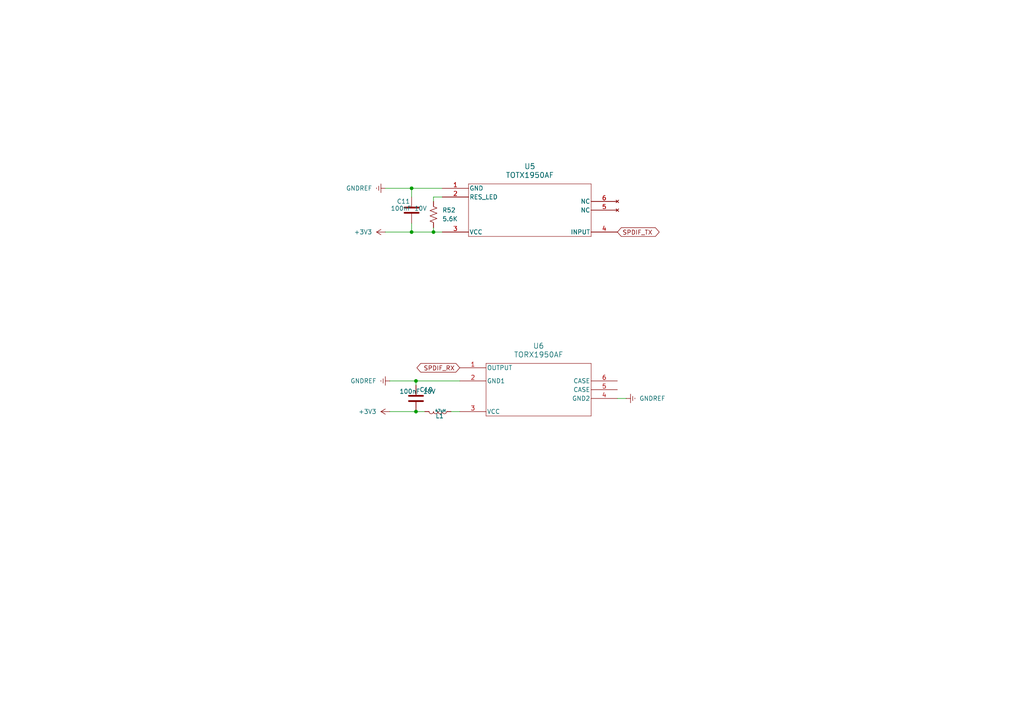
<source format=kicad_sch>
(kicad_sch (version 20231120) (generator "eeschema") (generator_version "8.0")
  (paper "A4")
  (lib_symbols
    (symbol "Device:C" (pin_numbers hide) (pin_names (offset 0.254))
      (property "Reference" "C" (at 0.635 2.54 0))
      (property "Value" "C" (at 0.635 -2.54 0))
      (symbol "C_0_1"
        (polyline (pts (xy -2.032 -0.762) (xy 2.032 -0.762)) (stroke (width 0.508)))
        (polyline (pts (xy -2.032 0.762) (xy 2.032 0.762)) (stroke (width 0.508)))
      )
      (symbol "C_1_1"
        (pin passive line (at 0 3.81 270) (length 2.794) (name "~") (number "1"))
        (pin passive line (at 0 -3.81 90) (length 2.794) (name "~") (number "2"))
      )
    )
    (symbol "Device:R_US" (pin_numbers hide) (pin_names (offset 0))
      (property "Reference" "R" (at 2.54 0 90))
      (property "Value" "R_US" (at -2.54 0 90))
      (symbol "R_US_0_1"
        (polyline (pts (xy 0 -2.286) (xy 0 -2.54)))
        (polyline (pts (xy 0 2.286) (xy 0 2.54)))
        (polyline (pts (xy 0 -0.762) (xy 1.016 -1.143) (xy 0 -1.524) (xy -1.016 -1.905) (xy 0 -2.286)))
        (polyline (pts (xy 0 0.762) (xy 1.016 0.381) (xy 0 0) (xy -1.016 -0.381) (xy 0 -0.762)))
        (polyline (pts (xy 0 2.286) (xy 1.016 1.905) (xy 0 1.524) (xy -1.016 1.143) (xy 0 0.762)))
      )
      (symbol "R_US_1_1"
        (pin passive line (at 0 3.81 270) (length 1.27) (name "~") (number "1"))
        (pin passive line (at 0 -3.81 90) (length 1.27) (name "~") (number "2"))
      )
    )
    (symbol "JLCPCB-Inductors:22uH,5mA" (pin_numbers hide) (pin_names (offset 0))
      (property "Reference" "L" (at 1.2673 0.834 0))
      (property "Value" "22uH,5mA" (at 1.2673 -1.2122 0))
      (symbol "22uH,5mA_0_1"
        (arc (start 0 -2.54) (mid 0.6323 -1.905) (end 0 -1.27))
        (arc (start 0 -1.27) (mid 0.6323 -0.635) (end 0 0))
        (arc (start 0 0) (mid 0.6323 0.635) (end 0 1.27))
        (arc (start 0 1.27) (mid 0.6323 1.905) (end 0 2.54))
      )
      (symbol "22uH,5mA_1_1"
        (pin passive line (at 0 3.81 270) (length 1.27) (name "~") (number "1"))
        (pin passive line (at 0 -3.81 90) (length 1.27) (name "~") (number "2"))
      )
    )
    (symbol "TORX1950A:TORX1950AF" (pin_names (offset 0.254))
      (property "Reference" "U6" (at 22.86 10.16 0))
      (property "Value" "TORX1950AF" (at 22.86 7.62 0))
      (symbol "TORX1950AF_0_1"
        (polyline (pts (xy 7.62 -10.16) (xy 38.1 -10.16)) (stroke (width 0.127)))
        (polyline (pts (xy 7.62 5.08) (xy 7.62 -10.16)) (stroke (width 0.127)))
        (polyline (pts (xy 38.1 -10.16) (xy 38.1 5.08)) (stroke (width 0.127)))
        (polyline (pts (xy 38.1 5.08) (xy 7.62 5.08)) (stroke (width 0.127)))
        (pin output line (at 0 3.81 0) (length 7.62) (name "OUTPUT") (number "1"))
        (pin power_out line (at 0 0 0) (length 7.62) (name "GND1") (number "2"))
        (pin power_in line (at 0 -8.89 0) (length 7.62) (name "VCC") (number "3"))
        (pin power_out line (at 45.72 -5.08 180) (length 7.62) (name "GND2") (number "4"))
        (pin power_out line (at 45.72 -2.54 180) (length 7.62) (name "CASE") (number "5"))
        (pin power_out line (at 45.72 0 180) (length 7.62) (name "CASE") (number "6"))
      )
    )
    (symbol "TOTX1950A:TOTX1950AF" (pin_names (offset 0.254))
      (property "Reference" "U5" (at 25.4 10.16 0))
      (property "Value" "TOTX1950AF" (at 25.4 7.62 0))
      (symbol "TOTX1950AF_0_1"
        (polyline (pts (xy 7.62 -10.16) (xy 43.18 -10.16)) (stroke (width 0.127)))
        (polyline (pts (xy 7.62 5.08) (xy 7.62 -10.16)) (stroke (width 0.127)))
        (polyline (pts (xy 43.18 -10.16) (xy 43.18 5.08)) (stroke (width 0.127)))
        (polyline (pts (xy 43.18 5.08) (xy 7.62 5.08)) (stroke (width 0.127)))
        (pin power_out line (at 0 3.81 0) (length 7.62) (name "GND") (number "1"))
        (pin unspecified line (at 0 1.27 0) (length 7.62) (name "RES_LED") (number "2"))
        (pin power_in line (at 0 -8.89 0) (length 7.62) (name "VCC") (number "3"))
        (pin input line (at 50.8 -8.89 180) (length 7.62) (name "INPUT") (number "4"))
        (pin no_connect line (at 50.8 -2.54 180) (length 7.62) (name "NC") (number "5"))
        (pin no_connect line (at 50.8 0 180) (length 7.62) (name "NC") (number "6"))
      )
    )
    (symbol "power:+3V3" (power) (pin_numbers hide) (pin_names (offset 0) hide)
      (property "Value" "+3V3" (at 0 3.556 0))
      (symbol "+3V3_0_1"
        (polyline (pts (xy -0.762 1.27) (xy 0 2.54)))
        (polyline (pts (xy 0 0) (xy 0 2.54)))
        (polyline (pts (xy 0 2.54) (xy 0.762 1.27)))
      )
      (symbol "+3V3_1_1"
        (pin power_in line (at 0 0 90) (length 0) (name "~") (number "1"))
      )
    )
    (symbol "power:GNDREF" (power) (pin_numbers hide) (pin_names (offset 0) hide)
      (property "Value" "GNDREF" (at 0 -3.81 0))
      (symbol "GNDREF_0_1"
        (polyline (pts (xy -0.635 -1.905) (xy 0.635 -1.905)))
        (polyline (pts (xy -0.127 -2.54) (xy 0.127 -2.54)))
        (polyline (pts (xy 0 -1.27) (xy 0 0)))
        (polyline (pts (xy 1.27 -1.27) (xy -1.27 -1.27)))
      )
      (symbol "GNDREF_1_1"
        (pin power_in line (at 0 0 270) (length 0) (name "~") (number "1"))
      )
    )
  )
  (junction (at 119.38 67.31))
  (junction (at 120.65 119.38))
  (junction (at 119.38 54.61))
  (junction (at 125.73 67.31))
  (junction (at 120.65 110.49))
  (wire (pts (xy 128.27 67.31) (xy 125.73 67.31)))
  (wire (pts (xy 120.65 119.38) (xy 123.19 119.38)))
  (wire (pts (xy 128.27 57.15) (xy 125.73 57.15)))
  (wire (pts (xy 119.38 54.61) (xy 119.38 57.15)))
  (wire (pts (xy 128.27 54.61) (xy 119.38 54.61)))
  (wire (pts (xy 111.76 67.31) (xy 119.38 67.31)))
  (wire (pts (xy 125.73 66.04) (xy 125.73 67.31)))
  (wire (pts (xy 111.76 54.61) (xy 119.38 54.61)))
  (wire (pts (xy 113.03 110.49) (xy 120.65 110.49)))
  (wire (pts (xy 130.81 119.38) (xy 133.35 119.38)))
  (wire (pts (xy 125.73 67.31) (xy 119.38 67.31)))
  (wire (pts (xy 179.07 115.57) (xy 181.61 115.57)))
  (wire (pts (xy 113.03 119.38) (xy 120.65 119.38)))
  (wire (pts (xy 120.65 111.76) (xy 120.65 110.49)))
  (wire (pts (xy 120.65 110.49) (xy 133.35 110.49)))
  (wire (pts (xy 119.38 67.31) (xy 119.38 64.77)))
  (wire (pts (xy 125.73 57.15) (xy 125.73 58.42)))
  (global_label "SPDIF_RX" (shape bidirectional) (at 133.35 106.68 180) (property "Intersheetrefs" "${INTERSHEET_REFS}" (effects (hide yes))))
  (global_label "SPDIF_TX" (shape bidirectional) (at 179.07 67.31 0) (property "Intersheetrefs" "${INTERSHEET_REFS}" (effects (hide yes))))
  (symbol (lib_id "power:GNDREF") (at 111.76 54.61 270) (unit 1)
    (property "Reference" "#PWR0133" (effects (hide yes)))
    (property "Value" "GNDREF" (at 107.95 54.6099 90) (effects (justify right)))
    (property "Description" "Power symbol creates a global label with name \"GNDREF\" , reference supply ground" (effects (hide yes)))
  )
  (symbol (lib_id "TOTX1950A:TOTX1950AF") (at 128.27 58.42 0) (unit 1)
    (property "Reference" "U5" (at 153.67 48.26 0) (effects (font (size 1.524 1.524))))
    (property "Value" "TOTX1950AF" (at 153.67 50.8 0) (effects (font (size 1.524 1.524))))
    (property "Footprint" "footprints:TOTX1950AF_TOS" (effects (hide yes)))
    (property "Datasheet" "TOTX1950AF" (effects (hide yes)))
  )
  (symbol (lib_id "TORX1950A:TORX1950AF") (at 133.35 110.49 0) (unit 1)
    (property "Reference" "U6" (at 156.21 100.33 0) (effects (font (size 1.524 1.524))))
    (property "Value" "TORX1950AF" (at 156.21 102.87 0) (effects (font (size 1.524 1.524))))
    (property "Footprint" "footprints:TORX1950AF_TOS" (effects (hide yes)))
    (property "Datasheet" "TORX1950AF" (effects (hide yes)))
  )
  (symbol (lib_id "Device:C") (at 119.38 60.96 0) (unit 1)
    (property "Reference" "C11" (at 115.062 58.42 0) (effects (justify left)))
    (property "Value" "100nF 10V" (at 113.284 60.452 0) (effects (justify left)))
    (property "Footprint" "footprints:C_0402" (effects (hide yes)))
    (property "Description" "Unpolarized capacitor" (effects (hide yes)))
    (property "LCSC PN" "C77020" (effects (hide yes)))
  )
  (symbol (lib_id "Device:C") (at 120.65 115.57 0) (unit 1)
    (property "Reference" "C10" (at 121.666 113.03 0) (effects (justify left)))
    (property "Value" "100nF 10V" (at 115.824 113.538 0) (effects (justify left)))
    (property "Footprint" "footprints:C_0402" (effects (hide yes)))
    (property "Description" "Unpolarized capacitor" (effects (hide yes)))
    (property "LCSC PN" "C77020" (effects (hide yes)))
  )
  (symbol (lib_id "power:+3V3") (at 113.03 119.38 90) (unit 1)
    (property "Reference" "#PWR0135" (effects (hide yes)))
    (property "Value" "+3V3" (at 109.22 119.3799 90) (effects (justify left)))
    (property "Description" "Power symbol creates a global label with name \"+3V3\"" (effects (hide yes)))
  )
  (symbol (lib_id "power:+3V3") (at 111.76 67.31 90) (unit 1)
    (property "Reference" "#PWR0134" (effects (hide yes)))
    (property "Value" "+3V3" (at 107.95 67.3099 90) (effects (justify left)))
    (property "Description" "Power symbol creates a global label with name \"+3V3\"" (effects (hide yes)))
  )
  (symbol (lib_id "power:GNDREF") (at 113.03 110.49 270) (unit 1)
    (property "Reference" "#PWR039" (effects (hide yes)))
    (property "Value" "GNDREF" (at 109.22 110.4899 90) (effects (justify right)))
    (property "Description" "Power symbol creates a global label with name \"GNDREF\" , reference supply ground" (effects (hide yes)))
  )
  (symbol (lib_id "JLCPCB-Inductors:22uH,5mA") (at 127 119.38 270) (unit 1)
    (property "Reference" "L1" (at 127.508 120.65 90))
    (property "Value" "47uH" (at 127.762 119.126 90) (effects (font (size 0.8 0.8))))
    (property "Footprint" "footprints:IND_TAIYO_CBC2012_TAY" (effects (hide yes)))
    (property "Datasheet" "https://www.lcsc.com/datasheet/lcsc_datasheet_2310301641_Sunlord-SDFL2012T220KTF_C32375.pdf" (effects (hide yes)))
    (property "Description" "5mA 22uH ±10% 1.1Ω 0805 Inductors (SMD) ROHS" (effects (hide yes)))
    (property "LCSC" "C32375" (effects (hide yes)))
    (property "Stock" "21646" (effects (hide yes)))
    (property "Price" "0.028USD" (effects (hide yes)))
    (property "Process" "SMT" (effects (hide yes)))
    (property "Minimum Qty" "20" (effects (hide yes)))
    (property "Attrition Qty" "8" (effects (hide yes)))
    (property "Class" "Preferred Component" (effects (hide yes)))
    (property "Category" "Inductors/Coils/Transformers,Inductors (SMD)" (effects (hide yes)))
    (property "Manufacturer" "Sunlord" (effects (hide yes)))
    (property "Part" "SDFL2012T220KTF" (effects (hide yes)))
    (property "Inductance" "22uH" (effects (hide yes)))
    (property "Tolerance" "±10%" (effects (hide yes)))
    (property "Rated Current" "5mA" (effects (hide yes)))
    (property "DC Resistance (DCR)" "1.1Ω" (effects (hide yes)))
    (property "LCSC PN" "C223186" (effects (hide yes)))
  )
  (symbol (lib_id "Device:R_US") (at 125.73 62.23 0) (unit 1)
    (property "Reference" "R52" (at 128.27 60.9599 0) (effects (justify left)))
    (property "Value" "5.6K" (at 128.27 63.4999 0) (effects (justify left)))
    (property "Footprint" "footprints:R_0402" (effects (hide yes)))
    (property "Description" "Resistor, US symbol" (effects (hide yes)))
    (property "LCSC PN" "C163457" (effects (hide yes)))
  )
  (symbol (lib_id "power:GNDREF") (at 181.61 115.57 90) (unit 1)
    (property "Reference" "#PWR038" (effects (hide yes)))
    (property "Value" "GNDREF" (at 185.42 115.5699 90) (effects (justify right)))
    (property "Description" "Power symbol creates a global label with name \"GNDREF\" , reference supply ground" (effects (hide yes)))
  )
)
</source>
